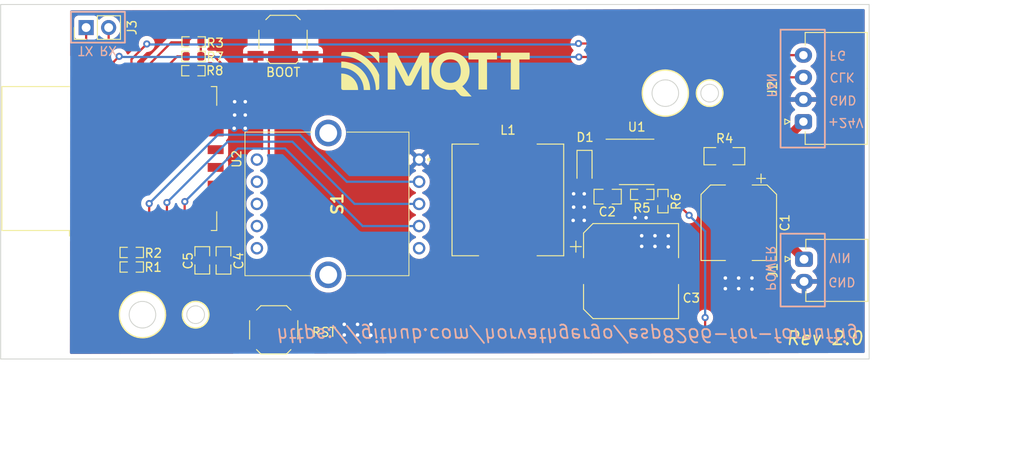
<source format=kicad_pcb>
(kicad_pcb (version 20211014) (generator pcbnew)
  (title_block (title "Smart Air Purifier - Fornuftig") (date "2023-03-13") (rev "2.0") (company "Designed by Gergo Horvath") (comment 1 "Open Source Hardware") (comment 2 "ESP8266 for IKEA Förnuftig Air Purifiers"))
  (layers (0 "F.Cu" signal) (31 "B.Cu" signal) (34 "B.Paste" user) (35 "F.Paste" user) (36 "B.SilkS" user "B.Silkscreen") (37 "F.SilkS" user "F.Silkscreen") (38 "B.Mask" user) (39 "F.Mask" user) (44 "Edge.Cuts" user))
  (net 0 "")
  (net 1 "/vin")
  (net 2 "+3V3")
  (net 3 "GND")
  (net 4 "/fg")
  (net 5 "/clk")
  (net 6 "/tx")
  (net 7 "/rx")
  (net 16 "/timing cap")
  (net 17 "/swe")
  (net 18 "/dc")
  (net 19 "/fb")
  (net 20 "/io0")
  (net 21 "/rst")
  (net 22 "/en")
  (net 23 "/io2")
  (net 24 "/io15")
  (net 25 "/pos1")
  (net 26 "/pos2")
  (net 27 "/pos3")
  (footprint "Capacitor_SMD_HG:C_0805_2012Metric_HG" (layer "F.Cu") (at 119.3 109.68 -90)
    (fp_text reference "C4")
    (fp_text value "10uF")
  )
  (footprint "Connector_PinHeader_2.54mm:PinHeader_1x02_P2.54mm_Vertical" (layer "F.Cu") (at 103.805 83.4 90)
    (fp_text reference "J3")
    (fp_text value "UART")
  )
  (footprint "PSPHAQ127-221M:L_12x12mm_H8mm" (layer "F.Cu") (at 151.39 102.85 -90)
    (fp_text reference "L1")
    (fp_text value "220uH")
  )
  (footprint "Capacitor_SMD_HG:C_0805_2012Metric_HG" (layer "F.Cu") (at 162.65 102.4825)
    (fp_text reference "C2")
    (fp_text value "470pF")
  )
  (footprint "Capacitor_SMD_HG:C_0805_2012Metric_HG" (layer "F.Cu") (at 116.91 109.67 -90)
    (fp_text reference "C5")
    (fp_text value "100nF")
  )
  (footprint "jst-xh4:JST_XH_S4B-XH-A_1x04_P2.50mm_Horizontal_custom" (layer "F.Cu") (at 184.74 94.02 90)
    (fp_text reference "J2")
    (fp_text value "Fan")
  )
  (footprint "Capacitor_SMD:CP_Elec_10x10.5" (layer "F.Cu") (at 165.29 110.88)
    (fp_text reference "C3")
    (fp_text value "470uF")
  )
  (footprint "Resistor_SMD_HG:R_0603_1608Metric_HG" (layer "F.Cu") (at 108.95 110.42 180)
    (fp_text reference "R1")
    (fp_text value "10K")
  )
  (footprint "Resistor_SMD_HG:R_0603_1608Metric_HG" (layer "F.Cu") (at 168.89 102.9825 -90)
    (fp_text reference "R6")
    (fp_text value "3K3")
  )
  (footprint "jst-xh2:JST_XH_S2B-XH-A_1x02_P2.50mm_Horizontal" (layer "F.Cu") (at 184.81 112.05 90)
    (fp_text reference "J1")
    (fp_text value "Power")
  )
  (footprint "Resistor_SMD_HG:R_0603_1608Metric_HG" (layer "F.Cu") (at 166.55 102.2325)
    (fp_text reference "R5")
    (fp_text value "2K")
  )
  (footprint "Resistor_SMD_HG:R_0603_1608Metric_HG" (layer "F.Cu") (at 115.93 85.02)
    (fp_text reference "R3")
    (fp_text value "10K")
  )
  (footprint "Resistor_SMD_HG:R_0603_1608Metric_HG" (layer "F.Cu") (at 115.92 86.65)
    (fp_text reference "R7")
    (fp_text value "10K")
  )
  (footprint "MC34063:MC34063" (layer "F.Cu") (at 165.92 98.56)
    (fp_text reference "U1")
    (fp_text value "MC34063AD")
  )
  (footprint "SKQGABE010:SW_SPST_SKQG_WithStem" (layer "F.Cu") (at 126.02 84.74 180)
    (fp_text reference "FLASH1")
    (fp_text value "SW_Push")
  )
  (footprint "Capacitor_SMD:CP_Elec_8x10" (layer "F.Cu") (at 177.45 105.425 -90)
    (fp_text reference "C1")
    (fp_text value "100uF")
  )
  (footprint "Resistor_SMD_HG:R_0603_1608Metric_HG" (layer "F.Cu") (at 115.91 88.27)
    (fp_text reference "R8")
    (fp_text value "10K")
  )
  (footprint "Diode_SMD:D_SOD-323_HandSoldering" (layer "F.Cu") (at 160.04 99.16 -90)
    (fp_text reference "D1")
    (fp_text value "D_Schottky")
  )
  (footprint "SRBV_HG:SRBV141404" (layer "F.Cu") (at 141.375 98.3 90)
    (fp_text reference "S1")
    (fp_text value "SRBV181004" hide)
  )
  (footprint "RF_Module:ESP-12E" (layer "F.Cu") (at 106.42 98.18 90)
    (fp_text reference "U2")
    (fp_text value "ESP-12F")
  )
  (footprint "Resistor_SMD_HG:R_1206_3216Metric_Pad_HandSolder_HG" (layer "F.Cu") (at 175.82 97.9125 180)
    (fp_text reference "R4")
    (fp_text value "0.15")
  )
  (footprint "Resistor_SMD_HG:R_0603_1608Metric_HG" (layer "F.Cu") (at 108.95 108.78 180)
    (fp_text reference "R2")
    (fp_text value "10K")
  )
  (footprint "SKQGABE010:SW_SPST_SKQG_WithStem" (layer "F.Cu") (at 124.97 117.51)
    (fp_text reference "RST1")
    (fp_text value "SW_Push")
  )
  (gr_rect (start 182.16 83.64) (end 187.16 96.94) (layer "B.SilkS") (width 0.2) (fill none))
  (gr_rect (start 102.09 81.63) (end 108.18 85.1) (layer "B.SilkS") (width 0.2) (fill none))
  (gr_rect (start 182.16 106.665) (end 187.16 114.875) (layer "B.SilkS") (width 0.2) (fill none))
  (gr_circle locked (center 174.16 90.8) (end 175.66 90.8) (layer "F.SilkS") (width 0.15) (fill none))
  (gr_poly (pts (xy 132.697437 88.591749) (xy 132.792566 88.598916) (xy 132.886345 88.61072) (xy 132.978658 88.627044) (xy 133.069389 88.64777) (xy 133.15842 88.672783) (xy 133.245634 88.701966) (xy 133.330915 88.735202) (xy 133.414145 88.772375) (xy 133.495208 88.813369) (xy 133.573986 88.858066) (xy 133.650363 88.90635) (xy 133.724222 88.958105) (xy 133.795446 89.013214) (xy 133.863918 89.071561) (xy 133.929521 89.133029) (xy 133.992138 89.197501) (xy 134.051652 89.264862) (xy 134.107946 89.334993) (xy 134.160903 89.40778) (xy 134.210407 89.483105) (xy 134.25634 89.560852) (xy 134.298586 89.640904) (xy 134.337028 89.723145) (xy 134.371548 89.807458) (xy 134.402029 89.893726) (xy 134.428356 89.981834) (xy 134.45041 90.071664) (xy 134.468075 90.1631) (xy 134.481235 90.256026) (xy 134.489771 90.350325) (xy 134.493568 90.44588) (xy 132.804069 90.44588) (xy 132.793032 90.445597) (xy 132.782133 90.444759) (xy 132.771386 90.443378) (xy 132.760804 90.441469) (xy 132.750402 90.439046) (xy 132.740194 90.436123) (xy 132.730193 90.432714) (xy 132.720414 90.428832) (xy 132.71087 90.424491) (xy 132.701575 90.419707) (xy 132.692544 90.414491) (xy 132.68379 90.408859) (xy 132.675327 90.402825) (xy 132.667169 90.396402) (xy 132.65933 90.389603) (xy 132.651825 90.382445) (xy 132.644666 90.374939) (xy 132.637868 90.3671) (xy 132.631444 90.358942) (xy 132.62541 90.350479) (xy 132.619778 90.341725) (xy 132.614563 90.332694) (xy 132.609778 90.323399) (xy 132.605438 90.313855) (xy 132.601556 90.304075) (xy 132.598146 90.294075) (xy 132.595223 90.283866) (xy 132.5928 90.273464) (xy 132.590892 90.262882) (xy 132.589511 90.252135) (xy 132.588672 90.241236) (xy 132.58839 90.230199) (xy 132.58839 88.589333) (xy 132.601077 88.589333)) (layer "F.SilkS") (width 0) (fill solid))
  (gr_circle locked (center 110.16 115.8) (end 112.76 115.8) (layer "F.SilkS") (width 0.15) (fill none))
  (gr_poly (pts (xy 144.97 86.19) (xy 145.029623 86.191933) (xy 145.088558 86.195154) (xy 145.146809 86.199664) (xy 145.204379 86.205462) (xy 145.26127 86.212549) (xy 145.317486 86.220925) (xy 145.37303 86.230589) (xy 145.427905 86.241541) (xy 145.482114 86.253782) (xy 145.53566 86.267312) (xy 145.588546 86.28213) (xy 145.640775 86.298237) (xy 145.692352 86.315632) (xy 145.743277 86.334316) (xy 145.793555 86.354288) (xy 145.843041 86.375375) (xy 145.891587 86.397404) (xy 145.939198 86.420375) (xy 145.985877 86.444287) (xy 146.031627 86.469141) (xy 146.07645 86.494937) (xy 146.12035 86.521674) (xy 146.163331 86.549352) (xy 146.205394 86.577973) (xy 146.246544 86.607535) (xy 146.286783 86.638038) (xy 146.326115 86.669484) (xy 146.364542 86.701871) (xy 146.402068 86.735199) (xy 146.438696 86.769469) (xy 146.474429 86.804681) (xy 146.50922 86.84076) (xy 146.54302 86.877636) (xy 146.575828 86.91531) (xy 146.607645 86.953787) (xy 146.638471 86.993069) (xy 146.668305 87.03316) (xy 146.697149 87.074062) (xy 146.725001 87.115779) (xy 146.751862 87.158313) (xy 146.777732 87.201669) (xy 146.80261 87.245848) (xy 146.826498 87.290854) (xy 146.849394 87.336691) (xy 146.871299 87.38336) (xy 146.892213 87.430866) (xy 146.912135 87.479212) (xy 146.930966 87.527805) (xy 146.948605 87.576851) (xy 146.965049 87.626355) (xy 146.980293 87.676324) (xy 146.994336 87.726764) (xy 147.007174 87.777681) (xy 147.018804 87.829081) (xy 147.029224 87.88097) (xy 147.038429 87.933355) (xy 147.046416 87.986242) (xy 147.053184 88.039636) (xy 147.058728 88.093545) (xy 147.063045 88.147975) (xy 147.066133 88.20293) (xy 147.067988 88.258419) (xy 147.068607 88.314446) (xy 147.067719 88.381454) (xy 147.065072 88.447694) (xy 147.06069 88.513191) (xy 147.054599 88.577968) (xy 147.046823 88.642052) (xy 147.037386 88.705467) (xy 147.026313 88.768238) (xy 147.013629 88.830389) (xy 146.998658 88.891743) (xy 146.982275 88.952106) (xy 146.964455 89.011477) (xy 146.945173 89.069858) (xy 146.924404 89.127247) (xy 146.902124 89.183645) (xy 146.878306 89.239052) (xy 146.852927 89.293467) (xy 146.826058 89.346983) (xy 146.797752 89.399656) (xy 146.767958 89.451437) (xy 146.736628 89.502276) (xy 146.703712 89.552124) (xy 146.669161 89.600932) (xy 146.632925 89.648649) (xy 146.594955 89.695226) (xy 146.575751 89.718421) (xy 146.556204 89.741225) (xy 146.536315 89.763645) (xy 146.51609 89.785688) (xy 146.49553 89.807359) (xy 146.474638 89.828664) (xy 146.453418 89.84961) (xy 146.431873 89.870203) (xy 146.410006 89.890449) (xy 146.38782 89.910354) (xy 146.342503 89.949167) (xy 146.295947 89.986691) (xy 146.248176 90.022977) (xy 147.301204 91.173274) (xy 146.508258 91.173274) (xy 146.465935 91.172584) (xy 146.424604 91.170532) (xy 146.384263 91.167141) (xy 146.344914 91.162437) (xy 146.306555 91.156445) (xy 146.269187 91.149189) (xy 146.232811 91.140694) (xy 146.197425 91.130984) (xy 146.180105 91.125507) (xy 146.163032 91.119383) (xy 146.146207 91.112609) (xy 146.12963 91.105181) (xy 146.1133 91.097096) (xy 146.097218 91.088351) (xy 146.081384 91.078944) (xy 146.065798 91.06887) (xy 146.050459 91.058128) (xy 146.035369 91.046713) (xy 146.020526 91.034623) (xy 146.00593 91.021855) (xy 145.991583 91.008405) (xy 145.977483 90.994271) (xy 145.963631 90.979449) (xy 145.950027 90.963937) (xy 145.431972 90.386674) (xy 145.40025 90.392823) (xy 145.368504 90.398601) (xy 145.304836 90.409141) (xy 145.240773 90.418491) (xy 145.176116 90.42685) (xy 145.110697 90.432731) (xy 145.077691 90.43525) (xy 145.044486 90.437422) (xy 145.011083 90.439198) (xy 144.977483 90.440528) (xy 144.943683 90.441362) (xy 144.909686 90.441651) (xy 144.849373 90.441008) (xy 144.789749 90.439078) (xy 144.730814 90.435867) (xy 144.672563 90.431376) (xy 144.614994 90.425609) (xy 144.558102 90.418569) (xy 144.501886 90.410259) (xy 144.446343 90.400682) (xy 144.391468 90.389842) (xy 144.337259 90.377741) (xy 144.283713 90.364382) (xy 144.230827 90.349768) (xy 144.178597 90.333904) (xy 144.127021 90.316791) (xy 144.076095 90.298433) (xy 144.025817 90.278832) (xy 143.976308 90.258117) (xy 143.927694 90.23641) (xy 143.879979 90.213712) (xy 143.833165 90.190023) (xy 143.787255 90.165343) (xy 143.742253 90.139672) (xy 143.698161 90.113009) (xy 143.654984 90.085355) (xy 143.612723 90.05671) (xy 143.571382 90.027074) (xy 143.530964 89.996446) (xy 143.491473 89.964828) (xy 143.45291 89.932218) (xy 143.41528 89.898617) (xy 143.378586 89.864024) (xy 143.34283 89.828441) (xy 143.307667 89.792338) (xy 143.273542 89.755399) (xy 143.240451 89.71763) (xy 143.208392 89.679037) (xy 143.177361 89.639626) (xy 143.147355 89.599404) (xy 143.118372 89.558377) (xy 143.090408 89.51655) (xy 143.063459 89.47393) (xy 143.037524 89.430524) (xy 143.012598 89.386337) (xy 142.98868 89.341375) (xy 142.965765 89.295646) (xy 142.94385 89.249154) (xy 142.922933 89.201907) (xy 142.903011 89.15391) (xy 142.884178 89.105269) (xy 142.866538 89.056089) (xy 142.850094 89.006376) (xy 142.834849 88.956136) (xy 142.820805 88.905377) (xy 142.807967 88.854103) (xy 142.796337 88.802321) (xy 142.785917 88.750037) (xy 142.776712 88.697258) (xy 142.768725 88.643989) (xy 142.761958 88.590237) (xy 142.756414 88.536008) (xy 142.752097 88.481308) (xy 142.749009 88.426144) (xy 142.747154 88.370521) (xy 142.746535 88.314446) (xy 143.731898 88.314446) (xy 143.733183 88.391164) (xy 143.73702 88.465899) (xy 143.743384 88.538652) (xy 143.75225 88.609422) (xy 143.763595 88.67821) (xy 143.777393 88.745015) (xy 143.793618 88.809838) (xy 143.812247 88.872679) (xy 143.822433 88.903306) (xy 143.833166 88.933339) (xy 143.84445 88.962777) (xy 143.85629 88.991621) (xy 143.868686 89.019869) (xy 143.881643 89.047523) (xy 143.895164 89.074583) (xy 143.909252 89.101047) (xy 143.92391 89.126917) (xy 143.93914 89.152192) (xy 143.954947 89.176873) (xy 143.971333 89.200958) (xy 143.988301 89.224449) (xy 144.005855 89.247346) (xy 144.023997 89.269647) (xy 144.042731 89.291354) (xy 144.061639 89.312442) (xy 144.081091 89.332889) (xy 144.101088 89.352697) (xy 144.12163 89.371871) (xy 144.142717 89.390412) (xy 144.16435 89.408325) (xy 144.186527 89.425612) (xy 144.20925 89.442277) (xy 144.232518 89.458322) (xy 144.256331 89.473751) (xy 144.280689 89.488567) (xy 144.305593 89.502772) (xy 144.331041 89.51637) (xy 144.357035 89.529365) (xy 144.383575 89.541758) (xy 144.410659 89.553554) (xy 144.438239 89.564332) (xy 144.466272 89.574459) (xy 144.494763 89.58393) (xy 144.523719 89.592739) (xy 144.553146 89.600878) (xy 144.583049 89.608342) (xy 144.613436 89.615124) (xy 144.644312 89.621219) (xy 144.675684 89.62662) (xy 144.707557 89.631321) (xy 144.739939 89.635315) (xy 144.772834 89.638598) (xy 144.80625 89.641161) (xy 144.840193 89.643) (xy 144.874668 89.644108) (xy 144.909682 89.644479) (xy 144.943953 89.644131) (xy 144.977777 89.643087) (xy 145.011155 89.641343) (xy 145.044087 89.638895) (xy 145.076573 89.635741) (xy 145.108613 89.631878) (xy 145.140207 89.627303) (xy 145.171355 89.622012) (xy 145.202057 89.616002) (xy 145.232313 89.609271) (xy 145.262123 89.601815) (xy 145.291487 89.59363) (xy 145.320405 89.584715) (xy 145.348877 89.575066) (xy 145.376903 89.56468) (xy 145.404483 89.553554) (xy 145.431194 89.542107) (xy 145.457407 89.529972) (xy 145.483118 89.517156) (xy 145.508324 89.503664) (xy 145.533022 89.489504) (xy 145.557209 89.474681) (xy 145.580882 89.459201) (xy 145.604038 89.44307) (xy 145.626674 89.426296) (xy 145.648786 89.408883) (xy 145.670371 89.390838) (xy 145.691427 89.372168) (xy 145.711951 89.352878) (xy 145.731938 89.332975) (xy 145.751387 89.312465) (xy 145.770293 89.291354) (xy 145.788655 89.269647) (xy 145.806475 89.247346) (xy 145.823756 89.224449) (xy 145.840501 89.200958) (xy 145.856713 89.176873) (xy 145.872396 89.152192) (xy 145.887552 89.126917) (xy 145.902185 89.101047) (xy 145.916297 89.074583) (xy 145.929892 89.047523) (xy 145.942973 89.019869) (xy 145.955543 88.991621) (xy 145.967605 88.962777) (xy 145.979162 88.933339) (xy 145.990217 88.903306) (xy 146.000774 88.872679) (xy 146.010388 88.841506) (xy 146.019404 88.809838) (xy 146.027819 88.777674) (xy 146.035631 88.745015) (xy 146.049429 88.678209) (xy 146.060774 88.609421) (xy 146.069641 88.538651) (xy 146.076005 88.465898) (xy 146.079842 88.391164) (xy 146.081126 88.314446) (xy 146.079842 88.238427) (xy 146.076005 88.164216) (xy 146.069641 88.09184) (xy 146.060774 88.021321) (xy 146.049429 87.952686) (xy 146.035631 87.885959) (xy 146.019404 87.821165) (xy 146.000774 87.758328) (xy 145.990589 87.727701) (xy 145.979856 87.697668) (xy 145.968572 87.66823) (xy 145.956734 87.639387) (xy 145.944338 87.611138) (xy 145.931381 87.583484) (xy 145.91786 87.556425) (xy 145.903773 87.52996) (xy 145.889115 87.504091) (xy 145.873884 87.478815) (xy 145.858078 87.454135) (xy 145.841692 87.430049) (xy 145.824723 87.406558) (xy 145.80717 87.383662) (xy 145.789027 87.361361) (xy 145.770293 87.339654) (xy 145.751387 87.318566) (xy 145.731938 87.298119) (xy 145.711951 87.27831) (xy 145.691427 87.259137) (xy 145.670371 87.240595) (xy 145.648786 87.222682) (xy 145.626674 87.205394) (xy 145.604038 87.18873) (xy 145.580882 87.172684) (xy 145.557209 87.157256) (xy 145.533022 87.14244) (xy 145.508324 87.128235) (xy 145.483118 87.114636) (xy 145.457407 87.101642) (xy 145.431194 87.089249) (xy 145.404483 87.077454) (xy 145.377275 87.066327) (xy 145.349572 87.055941) (xy 145.321372 87.046292) (xy 145.292678 87.037377) (xy 145.263487 87.029193) (xy 145.233802 87.021737) (xy 145.20362 87.015005) (xy 145.172943 87.008996) (xy 145.14177 87.003705) (xy 145.110102 86.99913) (xy 145.077938 86.995267) (xy 145.045278 86.992113) (xy 145.012122 86.989665) (xy 144.978471 86.987921) (xy 144.944325 86.986877) (xy 144.909682 86.986529) (xy 144.8408 86.987921) (xy 144.807035 86.989665) (xy 144.773726 86.992113) (xy 144.740875 86.995267) (xy 144.708486 86.99913) (xy 144.676561 87.003705) (xy 144.645105 87.008996) (xy 144.614119 87.015005) (xy 144.583606 87.021737) (xy 144.553571 87.029193) (xy 144.524016 87.037377) (xy 144.494944 87.046292) (xy 144.466359 87.055941) (xy 144.438263 87.066327) (xy 144.410659 87.077454) (xy 144.383575 87.089249) (xy 144.357035 87.101642) (xy 144.331041 87.114636) (xy 144.305593 87.128235) (xy 144.280689 87.14244) (xy 144.256331 87.157256) (xy 144.232518 87.172684) (xy 144.20925 87.18873) (xy 144.186527 87.205394) (xy 144.16435 87.222682) (xy 144.142717 87.240595) (xy 144.12163 87.259137) (xy 144.101088 87.27831) (xy 144.081091 87.298119) (xy 144.061639 87.318566) (xy 144.042731 87.339654) (xy 144.024369 87.361361) (xy 144.006549 87.383662) (xy 143.989268 87.406558) (xy 143.972522 87.430049) (xy 143.95631 87.454135) (xy 143.940627 87.478815) (xy 143.925471 87.504091) (xy 143.910838 87.52996) (xy 143.896726 87.556425) (xy 143.883131 87.583484) (xy 143.87005 87.611138) (xy 143.85748 87.639387) (xy 143.845418 87.66823) (xy 143.83386 87.697668) (xy 143.822805 87.727701) (xy 143.812247 87.758328) (xy 143.802634 87.789477) (xy 143.793618 87.821078) (xy 143.785203 87.853138) (xy 143.777393 87.885662) (xy 143.763595 87.952129) (xy 143.75225 88.020528) (xy 143.743384 88.09091) (xy 143.73702 88.163324) (xy 143.733183 88.23782) (xy 143.731898 88.314446) (xy 142.746535 88.314446) (xy 142.747154 88.258395) (xy 142.749009 88.202835) (xy 142.752097 88.147766) (xy 142.756414 88.093182) (xy 142.761958 88.039082) (xy 142.768725 87.985461) (xy 142.776712 87.932318) (xy 142.785917 87.879649) (xy 142.796337 87.82745) (xy 142.807967 87.775719) (xy 142.820805 87.724453) (xy 142.834849 87.673648) (xy 142.850094 87.623302) (xy 142.866538 87.573411) (xy 142.884178 87.523973) (xy 142.903011 87.474983) (xy 142.922934 87.426986) (xy 142.943851 87.379739) (xy 142.965766 87.333247) (xy 142.988681 87.287518) (xy 143.0126 87.242556) (xy 143.037526 87.198369) (xy 143.063461 87.154963) (xy 143.090409 87.112343) (xy 143.118373 87.070516) (xy 143.147356 87.029488) (xy 143.177362 86.989266) (xy 143.208392 86.949855) (xy 143.240451 86.911262) (xy 143.273542 86.873493) (xy 143.307667 86.836554) (xy 143.34283 86.800451) (xy 143.378935 86.76524) (xy 143.415888 86.730974) (xy 143.453697 86.697655) (xy 143.492366 86.665287) (xy 143.531903 86.633874) (xy 143.572313 86.603417) (xy 143.613602 86.573921) (xy 143.655778 86.545388) (xy 143.698845 86.517821) (xy 143.742811 86.491224) (xy 143.787681 86.465599) (xy 143.833462 86.44095) (xy 143.88016 86.41728) (xy 143.927781 86.394592) (xy 143.976331 86.372889) (xy 144.025817 86.352174) (xy 144.076095 86.332574) (xy 144.127021 86.314216) (xy 144.178597 86.297103) (xy 144.230827 86.281238) (xy 144.283713 86.266625) (xy 144.337259 86.253266) (xy 144.391468 86.241165) (xy 144.446343 86.230325) (xy 144.501886 86.220748) (xy 144.558102 86.212438) (xy 144.614994 86.205398) (xy 144.672563 86.199631) (xy 144.730814 86.19514) (xy 144.789749 86.191929) (xy 144.849373 86.19) (xy 144.909686 86.189356)) (layer "F.SilkS") (width 0) (fill solid))
  (gr_poly (pts (xy 142.509708 90.393018) (xy 141.659671 90.393018) (xy 141.659671 88.003612) (xy 141.659964 87.9596) (xy 141.660827 87.91477) (xy 141.662235 87.869097) (xy 141.664163 87.822557) (xy 141.669481 87.726775) (xy 141.676585 87.627228) (xy 140.574924 89.765006) (xy 140.568432 89.777472) (xy 140.561646 89.7895) (xy 140.554569 89.801102) (xy 140.547203 89.812285) (xy 140.539553 89.82306) (xy 140.531621 89.833434) (xy 140.52341 89.843419) (xy 140.514924 89.853023) (xy 140.506165 89.862255) (xy 140.497136 89.871124) (xy 140.487841 89.87964) (xy 140.478283 89.887813) (xy 140.468465 89.895651) (xy 140.45839 89.903164) (xy 140.44806 89.91036) (xy 140.43748 89.917251) (xy 140.426652 89.923396) (xy 140.415583 89.929145) (xy 140.404278 89.934497) (xy 140.392744 89.939453) (xy 140.380987 89.944013) (xy 140.369013 89.948176) (xy 140.356829 89.951942) (xy 140.344441 89.955312) (xy 140.331854 89.958286) (xy 140.319075 89.960863) (xy 140.30611 89.963043) (xy 140.292966 89.964828) (xy 140.279648 89.966215) (xy 140.266163 89.967206) (xy 140.252517 89.967801) (xy 140.238715 89.967999) (xy 140.107616 89.967999) (xy 140.093838 89.967801) (xy 140.080255 89.967206) (xy 140.066864 89.966215) (xy 140.053662 89.964828) (xy 140.040646 89.963043) (xy 140.027812 89.960863) (xy 140.015159 89.958286) (xy 140.002681 89.955312) (xy 139.990378 89.951942) (xy 139.978245 89.948176) (xy 139.966279 89.944013) (xy 139.954477 89.939453) (xy 139.942837 89.934497) (xy 139.931354 89.929145) (xy 139.920027 89.923396) (xy 139.908851 89.917251) (xy 139.89827 89.910709) (xy 139.88794 89.90377) (xy 139.877865 89.896436) (xy 139.868046 89.888705) (xy 139.858488 89.880577) (xy 139.849193 89.872053) (xy 139.840165 89.863132) (xy 139.831406 89.853815) (xy 139.822919 89.844102) (xy 139.814709 89.833992) (xy 139.806777 89.823485) (xy 139.799127 89.812582) (xy 139.791762 89.801283) (xy 139.784685 89.789587) (xy 139.777899 89.777495) (xy 139.771407 89.765006) (xy 138.659167 87.622999) (xy 138.66215 87.648278) (xy 138.664786 87.673384) (xy 138.669213 87.723174) (xy 138.672847 87.772568) (xy 138.676086 87.821764) (xy 138.678862 87.8701) (xy 138.680844 87.916653) (xy 138.682033 87.961223) (xy 138.682429 88.003612) (xy 138.682429 90.395131) (xy 137.832393 90.395131) (xy 137.832393 86.237989) (xy 138.678199 86.237989) (xy 138.6899 86.238192) (xy 138.701228 86.238815) (xy 138.706761 86.239293) (xy 138.71221 86.239885) (xy 138.717579 86.240595) (xy 138.72287 86.241426) (xy 138.728086 86.24238) (xy 138.733232 86.243462) (xy 138.738309 86.244673) (xy 138.743321 86.246018) (xy 138.748272 86.247499) (xy 138.753163 86.24912) (xy 138.757999 86.250883) (xy 138.762782 86.252791) (xy 138.772107 86.256868) (xy 138.776636 86.259003) (xy 138.781085 86.261216) (xy 138.785459 86.263516) (xy 138.789765 86.265912) (xy 138.79401 86.268413) (xy 138.798198 86.271029) (xy 138.802338 86.273769) (xy 138.806434 86.276642) (xy 138.810492 86.279657) (xy 138.81452 86.282824) (xy 138.818524 86.286153) (xy 138.822509 86.289651) (xy 138.826481 86.293329) (xy 138.830447 86.297196) (xy 138.834039 86.300887) (xy 138.837674 86.30482) (xy 138.841346 86.308988) (xy 138.845049 86.313386) (xy 138.848777 86.318006) (xy 138.852524 86.322843) (xy 138.856283 86.327891) (xy 138.860048 86.333143) (xy 138.863813 86.338593) (xy 138.867573 86.344236) (xy 138.871319 86.350064) (xy 138.875048 86.356072) (xy 138.878751 86.362254) (xy 138.882424 86.368602) (xy 138.886059 86.375112) (xy 138.889651 86.381777) (xy 139.959598 88.494181) (xy 139.986559 88.54853) (xy 140.013519 88.603871) (xy 140.040478 88.660402) (xy 140.067439 88.71832) (xy 140.094002 88.777394) (xy 140.119773 88.837261) (xy 140.14475 88.897921) (xy 140.168933 88.959374) (xy 140.180931 88.927847) (xy 140.193152 88.896666) (xy 140.20562 88.865782) (xy 140.218362 88.835147) (xy 140.2314 88.804709) (xy 140.244761 88.77442) (xy 140.258468 88.74423) (xy 140.272548 88.71409) (xy 140.299871 88.655478) (xy 140.327788 88.597263) (xy 140.356102 88.539841) (xy 140.384616 88.483607) (xy 141.452449 86.379662) (xy 141.459589 86.366575) (xy 141.466753 86.354255) (xy 141.473968 86.342679) (xy 141.481257 86.331822) (xy 141.488645 86.321658) (xy 141.492385 86.316828) (xy 141.496158 86.312163) (xy 141.499968 86.307659) (xy 141.503819 86.303313) (xy 141.507713 86.299122) (xy 141.511653 86.295082) (xy 141.515271 86.291563) (xy 141.518984 86.288144) (xy 141.52279 86.284823) (xy 141.526686 86.281602) (xy 141.530669 86.27848) (xy 141.534735 86.275457) (xy 141.538882 86.272533) (xy 141.543107 86.269708) (xy 141.547405 86.266982) (xy 141.551775 86.264355) (xy 141.556213 86.261828) (xy 141.560717 86.259399) (xy 141.565282 86.25707) (xy 141.569906 86.25484) (xy 141.574586 86.252709) (xy 141.579318 86.250677) (xy 141.584101 86.248769) (xy 141.588937 86.247006) (xy 141.593829 86.245385) (xy 141.598779 86.243904) (xy 141.603791 86.242559) (xy 141.608869 86.241348) (xy 141.614014 86.240266) (xy 141.61923 86.239311) (xy 141.624521 86.238481) (xy 141.62989 86.237771) (xy 141.635338 86.237179) (xy 141.640871 86.236701) (xy 141.64649 86.236335) (xy 141.652198 86.236077) (xy 141.663898 86.235875) (xy 142.509708 86.235875)) (layer "F.SilkS") (width 0) (fill solid))
  (gr_poly (pts (xy 132.767388 87.240221) (xy 132.931562 87.252623) (xy 133.093397 87.273045) (xy 133.252687 87.301286) (xy 133.40923 87.337144) (xy 133.562822 87.380417) (xy 133.71326 87.430902) (xy 133.860338 87.488397) (xy 134.003855 87.5527) (xy 134.143606 87.623609) (xy 134.279388 87.700922) (xy 134.410997 87.784437) (xy 134.538229 87.873952) (xy 134.660881 87.969265) (xy 134.778748 88.070173) (xy 134.891628 88.176474) (xy 134.999317 88.287967) (xy 135.101611 88.404449) (xy 135.198306 88.525718) (xy 135.289199 88.651572) (xy 135.374086 88.781808) (xy 135.452764 88.916226) (xy 135.525028 89.054622) (xy 135.590675 89.196795) (xy 135.649502 89.342542) (xy 135.701304 89.491662) (xy 135.745879 89.643952) (xy 135.783022 89.799209) (xy 135.81253 89.957233) (xy 135.834199 90.117821) (xy 135.847825 90.280771) (xy 135.853206 90.44588) (xy 135.130038 90.44588) (xy 135.1254 90.316836) (xy 135.114364 90.189496) (xy 135.097089 90.064016) (xy 135.073731 89.940552) (xy 135.044448 89.819259) (xy 135.009397 89.700293) (xy 134.968734 89.583809) (xy 134.922618 89.469964) (xy 134.871205 89.358913) (xy 134.814653 89.250811) (xy 134.753118 89.145815) (xy 134.686759 89.044079) (xy 134.615731 88.94576) (xy 134.540193 88.851012) (xy 134.460302 88.759993) (xy 134.376214 88.672857) (xy 134.288087 88.58976) (xy 134.196078 88.510858) (xy 134.100345 88.436306) (xy 134.001044 88.36626) (xy 133.898333 88.300876) (xy 133.792369 88.240309) (xy 133.683308 88.184715) (xy 133.57131 88.13425) (xy 133.456529 88.089069) (xy 133.339125 88.049327) (xy 133.219253 88.015182) (xy 133.097071 87.986787) (xy 132.972737 87.964299) (xy 132.846407 87.947874) (xy 132.718239 87.937667) (xy 132.58839 87.933833) (xy 132.58839 87.236042) (xy 132.601077 87.236042)) (layer "F.SilkS") (width 0) (fill solid))
  (gr_poly (pts (xy 136.67621 86.157914) (xy 136.687092 86.158735) (xy 136.69781 86.160087) (xy 136.708353 86.161957) (xy 136.718707 86.164333) (xy 136.728859 86.167199) (xy 136.738796 86.170545) (xy 136.748504 86.174356) (xy 136.757971 86.178619) (xy 136.767183 86.183321) (xy 136.776127 86.188449) (xy 136.78479 86.193989) (xy 136.793158 86.199929) (xy 136.801219 86.206256) (xy 136.80896 86.212956) (xy 136.816367 86.220016) (xy 136.823427 86.227423) (xy 136.830127 86.235164) (xy 136.836453 86.243225) (xy 136.842394 86.251594) (xy 136.847934 86.260256) (xy 136.853062 86.2692) (xy 136.857764 86.278412) (xy 136.862027 86.287879) (xy 136.865838 86.297587) (xy 136.869183 86.307524) (xy 136.87205 86.317676) (xy 136.874425 86.32803) (xy 136.876296 86.338573) (xy 136.877648 86.349292) (xy 136.878469 86.360173) (xy 136.878745 86.371204) (xy 136.878745 87.428463) (xy 136.815892 87.343977) (xy 136.749792 87.257683) (xy 136.680968 87.170546) (xy 136.609937 87.083532) (xy 136.537222 86.997609) (xy 136.463342 86.913743) (xy 136.388818 86.8329) (xy 136.31417 86.756046) (xy 136.228428 86.673787) (xy 136.139689 86.593559) (xy 136.048521 86.515413) (xy 135.955494 86.439398) (xy 135.861179 86.365563) (xy 135.766145 86.293958) (xy 135.670963 86.224633) (xy 135.576202 86.157638) (xy 136.665179 86.157638)) (layer "F.SilkS") (width 0) (fill solid))
  (gr_poly (pts (xy 134.397883 86.246733) (xy 134.619647 86.347259) (xy 134.834969 86.458848) (xy 135.043476 86.581136) (xy 135.244798 86.713757) (xy 135.438561 86.856346) (xy 135.624395 87.008536) (xy 135.801928 87.169963) (xy 135.970788 87.340262) (xy 136.130604 87.519065) (xy 136.281003 87.706009) (xy 136.421614 87.900728) (xy 136.552065 88.102855) (xy 136.671986 88.312026) (xy 136.781003 88.527875) (xy 136.878745 88.750037) (xy 136.878745 90.232314) (xy 136.878463 90.243345) (xy 136.877624 90.254227) (xy 136.876243 90.264945) (xy 136.874335 90.275488) (xy 136.871912 90.285843) (xy 136.868988 90.295995) (xy 136.865579 90.305931) (xy 136.861697 90.31564) (xy 136.857357 90.325106) (xy 136.852572 90.334318) (xy 136.847357 90.343262) (xy 136.841725 90.351925) (xy 136.83569 90.360294) (xy 136.829267 90.368355) (xy 136.822469 90.376095) (xy 136.81531 90.383502) (xy 136.807804 90.390562) (xy 136.799966 90.397262) (xy 136.791808 90.403589) (xy 136.783345 90.409529) (xy 136.774591 90.415069) (xy 136.765559 90.420197) (xy 136.756265 90.424899) (xy 136.746721 90.429162) (xy 136.736942 90.432973) (xy 136.726941 90.436318) (xy 136.716733 90.439185) (xy 136.706331 90.44156) (xy 136.695749 90.44343) (xy 136.685002 90.444782) (xy 136.674103 90.445603) (xy 136.663066 90.44588) (xy 136.489673 90.44588) (xy 136.48345 90.247281) (xy 136.467325 90.051291) (xy 136.44154 89.858149) (xy 136.406339 89.668097) (xy 136.361967 89.481376) (xy 136.308668 89.298228) (xy 136.246684 89.118894) (xy 136.176261 88.943614) (xy 136.097643 88.772631) (xy 136.011072 88.606185) (xy 135.916793 88.444518) (xy 135.815051 88.28787) (xy 135.706088 88.136484) (xy 135.590149 87.990599) (xy 135.467478 87.850458) (xy 135.338318 87.716302) (xy 135.202914 87.588372) (xy 135.061509 87.466908) (xy 134.914348 87.352153) (xy 134.761675 87.244348) (xy 134.603732 87.143733) (xy 134.440765 87.05055) (xy 134.273016 86.96504) (xy 134.100731 86.887444) (xy 133.924153 86.818004) (xy 133.743526 86.756961) (xy 133.559093 86.704556) (xy 133.371099 86.66103) (xy 133.179788 86.626624) (xy 132.985403 86.60158) (xy 132.788189 86.586139) (xy 132.58839 86.580542) (xy 132.58839 86.373319) (xy 132.588672 86.362282) (xy 132.589511 86.351383) (xy 132.590892 86.340635) (xy 132.5928 86.330054) (xy 132.595223 86.319652) (xy 132.598146 86.309443) (xy 132.601556 86.299442) (xy 132.605438 86.289663) (xy 132.609778 86.280119) (xy 132.614563 86.270824) (xy 132.619778 86.261793) (xy 132.62541 86.253039) (xy 132.631444 86.244576) (xy 132.637868 86.236418) (xy 132.644666 86.228579) (xy 132.651825 86.221073) (xy 132.65933 86.213914) (xy 132.667169 86.207116) (xy 132.675327 86.200693) (xy 132.68379 86.194658) (xy 132.692544 86.189026) (xy 132.701575 86.183811) (xy 132.71087 86.179026) (xy 132.720414 86.174686) (xy 132.730193 86.170804) (xy 132.740194 86.167394) (xy 132.750402 86.164471) (xy 132.760804 86.162048) (xy 132.771386 86.16014) (xy 132.782133 86.158759) (xy 132.793032 86.15792) (xy 132.804069 86.157638) (xy 134.170047 86.157638)) (layer "F.SilkS") (width 0) (fill solid))
  (gr_circle locked (center 169.16 90.8) (end 171.76 90.8) (layer "F.SilkS") (width 0.15) (fill none))
  (gr_poly (pts (xy 153.856212 87.00133) (xy 152.686885 87.00133) (xy 152.686885 90.395131) (xy 151.722659 90.395131) (xy 151.722659 87.00133) (xy 150.595622 87.00133) (xy 150.595622 86.235875) (xy 153.856212 86.235875)) (layer "F.SilkS") (width 0) (fill solid))
  (gr_poly (pts (xy 150.166377 87.00133) (xy 149.03934 87.00133) (xy 149.03934 90.395131) (xy 148.075114 90.395131) (xy 148.075114 87.00133) (xy 146.948077 87.00133) (xy 146.948077 86.235875) (xy 150.166377 86.235875)) (layer "F.SilkS") (width 0) (fill solid))
  (gr_circle locked (center 116.16 115.8) (end 117.66 115.8) (layer "F.SilkS") (width 0.15) (fill none))
  (gr_circle locked (center 169.16 90.8) (end 170.66 90.8) (layer "Edge.Cuts") (width 0.1) (fill none))
  (gr_circle locked (center 110.16 115.8) (end 111.66 115.8) (layer "Edge.Cuts") (width 0.1) (fill none))
  (gr_circle locked (center 174.16 90.8) (end 175.16 90.8) (layer "Edge.Cuts") (width 0.1) (fill none))
  (gr_circle locked (center 116.16 115.8) (end 117.16 115.8) (layer "Edge.Cuts") (width 0.1) (fill none))
  (gr_rect locked (start 94.16 80.8) (end 192.16 120.8) (layer "Edge.Cuts") (width 0.1) (fill none))
  (gr_text "VIN" (at 188.89 109.36 180) (layer "B.SilkS") (effects (font (size 1 1)) (justify mirror)))
  (gr_text "RX" (at 106.28 86 180) (layer "B.SilkS") (effects (font (size 1 1)) (justify mirror)))
  (gr_text "FG" (at 188.6 86.53 180) (layer "B.SilkS") (effects (font (size 1 1)) (justify mirror)))
  (gr_text "https://github.com/horvathgergo/esp8266-for-fornuftig" (at 125.09 118.1 180) (layer "B.SilkS") (effects (font (size 1.5 1.5) (thickness 0.2) italic) (justify left mirror)))
  (gr_text "FAN" (at 181.13 89.91 270) (layer "B.SilkS") (effects (font (size 1 1)) (justify mirror)))
  (gr_text "POWER" (at 181.01 110.58 270) (layer "B.SilkS") (effects (font (size 1 1)) (justify mirror)))
  (gr_text "GND" (at 189.08 112.11 180) (layer "B.SilkS") (effects (font (size 1 1)) (justify mirror)))
  (gr_text "CLK" (at 189.11 89 180) (layer "B.SilkS") (effects (font (size 1 1)) (justify mirror)))
  (gr_text "+24V" (at 189.5 94.13 180) (layer "B.SilkS") (effects (font (size 1 1)) (justify mirror)))
  (gr_text "TX" (at 103.75 86.02 180) (layer "B.SilkS") (effects (font (size 1 1)) (justify mirror)))
  (gr_text "GND" (at 189.19 91.59 180) (layer "B.SilkS") (effects (font (size 1 1)) (justify mirror)))
  (gr_text "Rev 2.0" (at 182.7 118.46) (layer "F.SilkS") (effects (font (size 1.5 1.5) (thickness 0.2) italic) (justify left)))
  (gr_text "BOOT" (at 126.04 88.45) (layer "F.SilkS") (effects (font (size 1 1))))
  (gr_text "RST" (at 130.65 117.78) (layer "F.SilkS") (effects (font (size 1 1))))
  (segment (start 183.34 108.08) (end 183.34 102.22) (width 1) (layer "F.Cu") (net 1))
  (segment (start 177.45 102.175) (end 177.45 97.9925) (width 1) (layer "F.Cu") (net 1))
  (segment (start 183.34 97.72) (end 183.34 95.42) (width 1) (layer "F.Cu") (net 1))
  (segment (start 173.7425 102.175) (end 170.7625 99.195) (width 1) (layer "F.Cu") (net 1))
  (segment (start 183.295 102.175) (end 183.34 102.22) (width 1) (layer "F.Cu") (net 1))
  (segment (start 170.7625 99.195) (end 168.395 99.195) (width 1) (layer "F.Cu") (net 1))
  (segment (start 177.45 102.175) (end 183.295 102.175) (width 1) (layer "F.Cu") (net 1))
  (segment (start 177.45 97.9925) (end 177.37 97.9125) (width 1) (layer "F.Cu") (net 1))
  (segment (start 183.34 95.42) (end 184.74 94.02) (width 1) (layer "F.Cu") (net 1))
  (segment (start 184.81 109.55) (end 183.34 108.08) (width 1) (layer "F.Cu") (net 1))
  (segment (start 177.45 102.175) (end 173.7425 102.175) (width 1) (layer "F.Cu") (net 1))
  (segment (start 183.34 102.22) (end 183.34 97.72) (width 1) (layer "F.Cu") (net 1))
  (segment (start 171.845 104.5875) (end 171.065 103.8075) (width 0.25) (layer "F.Cu") (net 2))
  (segment (start 161.09 110.88) (end 151.3875 110.88) (width 1) (layer "F.Cu") (net 2))
  (segment (start 158.47 117.7725) (end 159.7275 119.03) (width 0.25) (layer "F.Cu") (net 2))
  (segment (start 127.57 108.27) (end 124.7 111.14) (width 1) (layer "F.Cu") (net 2))
  (segment (start 118.26 86.65) (end 124.42 92.81) (width 0.25) (layer "F.Cu") (net 2))
  (segment (start 172.6225 119.03) (end 173.65 118.0025) (width 0.25) (layer "F.Cu") (net 2))
  (segment (start 124.42 92.81) (end 124.42 104.98) (width 0.25) (layer "F.Cu") (net 2))
  (segment (start 116.745 85.03) (end 116.755 85.02) (width 0.25) (layer "F.Cu") (net 2))
  (segment (start 151.39 107.8) (end 151.39 110.8775) (width 1) (layer "F.Cu") (net 2))
  (segment (start 161.09 110.88) (end 158.47 113.5) (width 0.25) (layer "F.Cu") (net 2))
  (segment (start 116.745 86.65) (end 116.745 85.03) (width 0.25) (layer "F.Cu") (net 2))
  (segment (start 116.91 108.76) (end 109.795 108.76) (width 0.25) (layer "F.Cu") (net 2))
  (segment (start 158.47 113.5) (end 158.47 117.7725) (width 0.25) (layer "F.Cu") (net 2))
  (segment (start 151.3875 110.88) (end 137.63 110.88) (width 1) (layer "F.Cu") (net 2))
  (segment (start 124.7 111.14) (end 122.75 111.14) (width 1) (layer "F.Cu") (net 2))
  (segment (start 109.775 108.78) (end 109.775 110.42) (width 0.25) (layer "F.Cu") (net 2))
  (segment (start 173.65 118.0025) (end 173.65 116.1225) (width 0.25) (layer "F.Cu") (net 2))
  (segment (start 151.39 110.8775) (end 151.3875 110.88) (width 1) (layer "F.Cu") (net 2))
  (segment (start 116.92 108.75) (end 116.91 108.76) (width 1) (layer "F.Cu") (net 2))
  (segment (start 171.065 103.8075) (end 168.89 103.8075) (width 0.25) (layer "F.Cu") (net 2))
  (segment (start 127.57 108.13) (end 127.57 108.27) (width 0.25) (layer "F.Cu") (net 2))
  (segment (start 124.42 104.98) (end 127.57 108.13) (width 0.25) (layer "F.Cu") (net 2))
  (segment (start 119.3 108.73) (end 116.92 108.73) (width 1) (layer "F.Cu") (net 2))
  (segment (start 116.745 86.65) (end 118.26 86.65) (width 0.25) (layer "F.Cu") (net 2))
  (segment (start 116.91 108.76) (end 116.91 105.79) (width 1) (layer "F.Cu") (net 2))
  (segment (start 120.34 108.73) (end 119.3 108.73) (width 1) (layer "F.Cu") (net 2))
  (segment (start 122.75 111.14) (end 120.34 108.73) (width 1) (layer "F.Cu") (net 2))
  (segment (start 116.91 105.79) (end 116.92 105.78) (width 1) (layer "F.Cu") (net 2))
  (segment (start 116.92 108.73) (end 116.91 108.72) (width 1) (layer "F.Cu") (net 2))
  (segment (start 135.02 108.27) (end 127.57 108.27) (width 1) (layer "F.Cu") (net 2))
  (segment (start 137.63 110.88) (end 135.02 108.27) (width 1) (layer "F.Cu") (net 2))
  (segment (start 159.7275 119.03) (end 172.6225 119.03) (width 0.25) (layer "F.Cu") (net 2))
  (via (at 171.845 104.5875) (size 0.8) (drill 0.4) (layers "F.Cu" "B.Cu") (net 2))
  (via (at 173.65 116.1225) (size 0.8) (drill 0.4) (layers "F.Cu" "B.Cu") (net 2))
  (segment (start 173.65 116.1225) (end 173.65 106.3925) (width 0.25) (layer "B.Cu") (net 2))
  (segment (start 173.65 106.3925) (end 171.845 104.5875) (width 0.25) (layer "B.Cu") (net 2))
  (segment (start 116.92 88.58) (end 116.56 88.22) (width 0.25) (layer "F.Cu") (net 3))
  (segment (start 116.735 88.27) (end 116.735 90.395) (width 0.25) (layer "F.Cu") (net 3))
  (via (at 134.43 118.09) (size 0.8) (drill 0.4) (layers "F.Cu" "B.Cu") (net 3))
  (via (at 175.93 111.6625) (size 0.8) (drill 0.4) (layers "F.Cu" "B.Cu") (net 3))
  (via (at 158.81 103.6625) (size 0.8) (drill 0.4) (layers "F.Cu" "B.Cu") (net 3))
  (via (at 120.56 93.27) (size 0.8) (drill 0.4) (layers "F.Cu" "B.Cu") (net 3))
  (via (at 177.43 111.6625) (size 0.8) (drill 0.4) (layers "F.Cu" "B.Cu") (net 3))
  (via (at 121.76 91.77) (size 0.8) (drill 0.4) (layers "F.Cu" "B.Cu") (net 3))
  (via (at 166.99 104.8625) (size 0.8) (drill 0.4) (layers "F.Cu" "B.Cu") (net 3))
  (via (at 165.74 104.8625) (size 0.8) (drill 0.4) (layers "F.Cu" "B.Cu") (net 3))
  (via (at 132.93 118.09) (size 0.8) (drill 0.4) (layers "F.Cu" "B.Cu") (net 3))
  (via (at 160.01 103.6625) (size 0.8) (drill 0.4) (layers "F.Cu" "B.Cu") (net 3))
  (via (at 135.93 118.14) (size 0.8) (drill 0.4) (layers "F.Cu" "B.Cu") (net 3))
  (via (at 166.49 106.8925) (size 0.8) (drill 0.4) (layers "F.Cu" "B.Cu") (net 3))
  (via (at 167.99 108.0925) (size 0.8) (drill 0.4) (layers "F.Cu" "B.Cu") (net 3))
  (via (at 167.99 106.8925) (size 0.8) (drill 0.4) (layers "F.Cu" "B.Cu") (net 3))
  (via (at 178.93 112.9125) (size 0.8) (drill 0.4) (layers "F.Cu" "B.Cu") (net 3))
  (via (at 158.76 105.1625) (size 0.8) (drill 0.4) (layers "F.Cu" "B.Cu") (net 3))
  (via (at 120.56 91.77) (size 0.8) (drill 0.4) (layers "F.Cu" "B.Cu") (net 3))
  (via (at 160.01 102.1625) (size 0.8) (drill 0.4) (layers "F.Cu" "B.Cu") (net 3))
  (via (at 169.49 106.8925) (size 0.8) (drill 0.4) (layers "F.Cu" "B.Cu") (net 3))
  (via (at 120.51 94.77) (size 0.8) (drill 0.4) (layers "F.Cu" "B.Cu") (net 3))
  (via (at 166.49 108.0925) (size 0.8) (drill 0.4) (layers "F.Cu" "B.Cu") (net 3))
  (via (at 177.43 112.8625) (size 0.8) (drill 0.4) (layers "F.Cu" "B.Cu") (net 3))
  (via (at 121.76 93.27) (size 0.8) (drill 0.4) (layers "F.Cu" "B.Cu") (net 3))
  (via (at 169.49 108.1425) (size 0.8) (drill 0.4) (layers "F.Cu" "B.Cu") (net 3))
  (via (at 160.01 105.1625) (size 0.8) (drill 0.4) (layers "F.Cu" "B.Cu") (net 3))
  (via (at 135.93 116.89) (size 0.8) (drill 0.4) (layers "F.Cu" "B.Cu") (net 3))
  (via (at 132.93 116.89) (size 0.8) (drill 0.4) (layers "F.Cu" "B.Cu") (net 3))
  (via (at 178.93 111.6625) (size 0.8) (drill 0.4) (layers "F.Cu" "B.Cu") (net 3))
  (via (at 121.76 94.77) (size 0.8) (drill 0.4) (layers "F.Cu" "B.Cu") (net 3))
  (via (at 134.43 116.89) (size 0.8) (drill 0.4) (layers "F.Cu" "B.Cu") (net 3))
  (via (at 158.81 102.1625) (size 0.8) (drill 0.4) (layers "F.Cu" "B.Cu") (net 3))
  (via (at 175.93 112.8625) (size 0.8) (drill 0.4) (layers "F.Cu" "B.Cu") (net 3))
  (segment (start 182.29 86.53) (end 182.305 86.515) (width 0.25) (layer "F.Cu") (net 4))
  (segment (start 159.36 85.2) (end 173.95 85.2) (width 0.25) (layer "F.Cu") (net 4))
  (segment (start 108.92 90.58) (end 108.92 86.98) (width 0.25) (layer "F.Cu") (net 4))
  (segment (start 175.28 86.53) (end 182.29 86.53) (width 0.25) (layer "F.Cu") (net 4))
  (segment (start 182.305 86.515) (end 184.65 86.515) (width 0.25) (layer "F.Cu") (net 4))
  (segment (start 108.92 86.98) (end 110.65 85.25) (width 0.25) (layer "F.Cu") (net 4))
  (segment (start 173.95 85.2) (end 175.28 86.53) (width 0.25) (layer "F.Cu") (net 4))
  (via (at 110.65 85.25) (size 0.8) (drill 0.4) (layers "F.Cu" "B.Cu") (net 4))
  (via (at 159.36 85.2) (size 0.8) (drill 0.4) (layers "F.Cu" "B.Cu") (net 4))
  (segment (start 110.71 85.31) (end 110.65 85.25) (width 0.25) (layer "B.Cu") (net 4))
  (segment (start 159.36 85.2) (end 159.25 85.31) (width 0.25) (layer "B.Cu") (net 4))
  (segment (start 159.25 85.31) (end 110.71 85.31) (width 0.25) (layer "B.Cu") (net 4))
  (segment (start 173.67 86.72) (end 175.98 89.03) (width 0.25) (layer "F.Cu") (net 5))
  (segment (start 106.92 87.26) (end 107.53 86.65) (width 0.25) (layer "F.Cu") (net 5))
  (segment (start 175.98 89.03) (end 182.29 89.03) (width 0.25) (layer "F.Cu") (net 5))
  (segment (start 182.29 89.03) (end 182.305 89.015) (width 0.25) (layer "F.Cu") (net 5))
  (segment (start 106.92 90.58) (end 106.92 87.26) (width 0.25) (layer "F.Cu") (net 5))
  (segment (start 159.4 86.72) (end 173.67 86.72) (width 0.25) (layer "F.Cu") (net 5))
  (segment (start 182.305 89.015) (end 184.65 89.015) (width 0.25) (layer "F.Cu") (net 5))
  (via (at 159.4 86.72) (size 0.8) (drill 0.4) (layers "F.Cu" "B.Cu") (net 5))
  (via (at 107.53 86.65) (size 0.8) (drill 0.4) (layers "F.Cu" "B.Cu") (net 5))
  (segment (start 159.4 86.72) (end 107.6 86.72) (width 0.25) (layer "B.Cu") (net 5))
  (segment (start 107.6 86.72) (end 107.53 86.65) (width 0.25) (layer "B.Cu") (net 5))
  (segment (start 102.695 87.065) (end 103.805 85.955) (width 0.25) (layer "F.Cu") (net 6))
  (segment (start 102.695 90.355) (end 102.695 87.065) (width 0.25) (layer "F.Cu") (net 6))
  (segment (start 102.92 90.58) (end 102.695 90.355) (width 0.25) (layer "F.Cu") (net 6))
  (segment (start 103.805 85.955) (end 103.805 83.4) (width 0.25) (layer "F.Cu") (net 6))
  (segment (start 106.345 85.325) (end 106.345 83.4) (width 0.25) (layer "F.Cu") (net 7))
  (segment (start 104.92 90.58) (end 105.235 90.265) (width 0.25) (layer "F.Cu") (net 7))
  (segment (start 105.235 90.265) (end 105.235 86.435) (width 0.25) (layer "F.Cu") (net 7))
  (segment (start 105.235 86.435) (end 106.345 85.325) (width 0.25) (layer "F.Cu") (net 7))
  (segment (start 161.7 99.4925) (end 161.7 102.4825) (width 0.25) (layer "F.Cu") (net 16))
  (segment (start 161.9975 99.195) (end 161.7 99.4925) (width 0.25) (layer "F.Cu") (net 16))
  (segment (start 163.445 99.195) (end 161.9975 99.195) (width 0.25) (layer "F.Cu") (net 16))
  (segment (start 163.42 97.9) (end 151.39 97.9) (width 1) (layer "F.Cu") (net 17))
  (segment (start 163.445 97.925) (end 163.42 97.9) (width 1) (layer "F.Cu") (net 17))
  (segment (start 163.93 94.5825) (end 163.445 95.0675) (width 1) (layer "F.Cu") (net 18))
  (segment (start 168.395 96.655) (end 168.395 95.0875) (width 1) (layer "F.Cu") (net 18))
  (segment (start 167.89 94.5825) (end 163.93 94.5825) (width 1) (layer "F.Cu") (net 18))
  (segment (start 163.445 95.0675) (end 163.445 96.655) (width 1) (layer "F.Cu") (net 18))
  (segment (start 168.4075 97.9125) (end 168.395 97.925) (width 1) (layer "F.Cu") (net 18))
  (segment (start 168.395 97.925) (end 168.395 96.655) (width 1) (layer "F.Cu") (net 18))
  (segment (start 174.27 97.9125) (end 168.4075 97.9125) (width 1) (layer "F.Cu") (net 18))
  (segment (start 168.395 95.0875) (end 167.89 94.5825) (width 1) (layer "F.Cu") (net 18))
  (segment (start 167.375 102.2325) (end 168.815 102.2325) (width 0.25) (layer "F.Cu") (net 19))
  (segment (start 168.89 100.96) (end 168.395 100.465) (width 0.25) (layer "F.Cu") (net 19))
  (segment (start 168.815 102.2325) (end 168.89 102.1575) (width 0.25) (layer "F.Cu") (net 19))
  (segment (start 168.89 102.1575) (end 168.89 100.96) (width 0.25) (layer "F.Cu") (net 19))
  (segment (start 117.32 82.89) (end 115.14 85.07) (width 0.25) (layer "F.Cu") (net 20))
  (segment (start 110.92 87.57) (end 110.92 90.58) (width 0.25) (layer "F.Cu") (net 20))
  (segment (start 122.92 82.89) (end 129.12 82.89) (width 0.25) (layer "F.Cu") (net 20))
  (segment (start 113.42 85.07) (end 110.92 87.57) (width 0.25) (layer "F.Cu") (net 20))
  (segment (start 115.14 85.07) (end 113.42 85.07) (width 0.25) (layer "F.Cu") (net 20))
  (segment (start 122.92 82.89) (end 117.32 82.89) (width 0.25) (layer "F.Cu") (net 20))
  (segment (start 121.87 115.66) (end 128.07 115.66) (width 0.25) (layer "F.Cu") (net 21))
  (segment (start 108.105 110.4) (end 104.06 110.4) (width 0.25) (layer "F.Cu") (net 21))
  (segment (start 108.125 110.42) (end 108.125 111.745) (width 0.25) (layer "F.Cu") (net 21))
  (segment (start 120.22 115.66) (end 121.87 115.66) (width 0.25) (layer "F.Cu") (net 21))
  (segment (start 108.125 111.745) (end 109.03 112.65) (width 0.25) (layer "F.Cu") (net 21))
  (segment (start 108.125 110.42) (end 108.105 110.4) (width 0.25) (layer "F.Cu") (net 21))
  (segment (start 102.92 109.26) (end 102.92 105.78) (width 0.25) (layer "F.Cu") (net 21))
  (segment (start 117.21 112.65) (end 120.22 115.66) (width 0.25) (layer "F.Cu") (net 21))
  (segment (start 104.06 110.4) (end 102.92 109.26) (width 0.25) (layer "F.Cu") (net 21))
  (segment (start 109.03 112.65) (end 117.21 112.65) (width 0.25) (layer "F.Cu") (net 21))
  (segment (start 107.44 108.78) (end 106.92 108.26) (width 0.25) (layer "F.Cu") (net 22))
  (segment (start 108.125 108.78) (end 107.44 108.78) (width 0.25) (layer "F.Cu") (net 22))
  (segment (start 106.92 108.26) (end 106.92 105.78) (width 0.25) (layer "F.Cu") (net 22))
  (segment (start 112.92 87.82) (end 114.09 86.65) (width 0.25) (layer "F.Cu") (net 23))
  (segment (start 114.09 86.65) (end 115.095 86.65) (width 0.25) (layer "F.Cu") (net 23))
  (segment (start 112.92 90.58) (end 112.92 87.82) (width 0.25) (layer "F.Cu") (net 23))
  (segment (start 115.085 90.415) (end 114.92 90.58) (width 0.25) (layer "F.Cu") (net 24))
  (segment (start 115.085 88.27) (end 115.085 90.415) (width 0.25) (layer "F.Cu") (net 24))
  (segment (start 114.92 103.06) (end 114.94 103.04) (width 0.25) (layer "F.Cu") (net 25))
  (segment (start 114.92 105.78) (end 114.92 103.06) (width 0.25) (layer "F.Cu") (net 25))
  (via (at 114.94 103.04) (size 0.8) (drill 0.4) (layers "F.Cu" "B.Cu") (net 25))
  (segment (start 114.94 103.04) (end 120.93 97.05) (width 0.25) (layer "B.Cu") (net 25))
  (segment (start 126.25 97.05) (end 135 105.8) (width 0.25) (layer "B.Cu") (net 25))
  (segment (start 135 105.8) (end 141.375 105.8) (width 0.25) (layer "B.Cu") (net 25))
  (segment (start 120.93 97.05) (end 126.25 97.05) (width 0.25) (layer "B.Cu") (net 25))
  (segment (start 112.92 105.78) (end 112.92 103.14) (width 0.25) (layer "F.Cu") (net 26))
  (via (at 112.92 103.14) (size 0.8) (drill 0.4) (layers "F.Cu" "B.Cu") (net 26))
  (segment (start 127.08 96.28) (end 134.1 103.3) (width 0.25) (layer "B.Cu") (net 26))
  (segment (start 112.92 103.14) (end 119.78 96.28) (width 0.25) (layer "B.Cu") (net 26))
  (segment (start 119.78 96.28) (end 127.08 96.28) (width 0.25) (layer "B.Cu") (net 26))
  (segment (start 134.1 103.3) (end 141.375 103.3) (width 0.25) (layer "B.Cu") (net 26))
  (segment (start 110.92 105.78) (end 110.92 103.26) (width 0.25) (layer "F.Cu") (net 27))
  (via (at 110.92 103.26) (size 0.8) (drill 0.4) (layers "F.Cu" "B.Cu") (net 27))
  (segment (start 110.92 103.26) (end 118.685 95.495) (width 0.25) (layer "B.Cu") (net 27))
  (segment (start 133.22 100.8) (end 141.375 100.8) (width 0.25) (layer "B.Cu") (net 27))
  (segment (start 118.685 95.495) (end 127.915 95.495) (width 0.25) (layer "B.Cu") (net 27))
  (segment (start 127.915 95.495) (end 133.22 100.8) (width 0.25) (layer "B.Cu") (net 27))
  (zone (net 0) (net_name "") (layers F&B.Cu) (connect_pads (clearance 0)) (min_thickness 0.254)
    (keepout (tracks not_allowed) (vias not_allowed) (pads not_allowed) (copperpour not_allowed) (footprints allowed))
    (fill (thermal_gap 0.508) (thermal_bridge_width 0.508))
    (polygon (pts (xy 169.94 88.23) (xy 170.56 88.52) (xy 170.95 88.8) (xy 171.32 89.21) (xy 171.63 89.76) (xy 171.81 90.35) (xy 171.84 90.95) (xy 171.7 91.67) (xy 171.46 92.16) (xy 171.14 92.6) (xy 170.79 92.92) (xy 170.46 93.14) (xy 170.03 93.34) (xy 169.52 93.45) (xy 169.21 93.47) (xy 168.9 93.45) (xy 168.52 93.39) (xy 168.11 93.26) (xy 167.6 92.98) (xy 167.23 92.64) (xy 167.02 92.4) (xy 166.79 92.02) (xy 166.6 91.59) (xy 166.51 91.16) (xy 166.49 90.77) (xy 166.51 90.38) (xy 166.7 89.76) (xy 166.91 89.35) (xy 167.12 89.06) (xy 167.55 88.65) (xy 168.1 88.34) (xy 168.55 88.19) (xy 168.92 88.13) (xy 169.16 88.13)))
  )
  (zone (net 0) (net_name "") (layer "F.Cu") (connect_pads (clearance 0)) (min_thickness 0.254)
    (keepout (tracks allowed) (vias allowed) (pads allowed) (copperpour not_allowed) (footprints allowed))
    (fill (thermal_gap 0.508) (thermal_bridge_width 0.508))
    (polygon (pts (xy 117.11 92.36) (xy 117.17 104.14) (xy 101.97 104.09) (xy 102 92.17)))
  )
  (zone locked (net 0) (net_name "") (layers F&B.Cu) (connect_pads (clearance 0)) (min_thickness 0.254)
    (keepout (tracks not_allowed) (vias not_allowed) (pads not_allowed) (copperpour not_allowed) (footprints allowed))
    (fill (thermal_gap 0.508) (thermal_bridge_width 0.508))
    (polygon (pts (xy 110.95 113.23) (xy 111.57 113.52) (xy 111.96 113.8) (xy 112.33 114.21) (xy 112.64 114.76) (xy 112.82 115.35) (xy 112.85 115.95) (xy 112.71 116.67) (xy 112.47 117.16) (xy 112.15 117.6) (xy 111.8 117.92) (xy 111.47 118.14) (xy 111.04 118.34) (xy 110.53 118.45) (xy 110.22 118.47) (xy 109.91 118.45) (xy 109.53 118.39) (xy 109.12 118.26) (xy 108.61 117.98) (xy 108.24 117.64) (xy 108.03 117.4) (xy 107.8 117.02) (xy 107.61 116.59) (xy 107.52 116.16) (xy 107.5 115.77) (xy 107.52 115.38) (xy 107.71 114.76) (xy 107.92 114.35) (xy 108.13 114.06) (xy 108.56 113.65) (xy 109.11 113.34) (xy 109.56 113.19) (xy 109.93 113.13) (xy 110.17 113.13)))
  )
  (zone (net 3) (net_name "GND") (layers F&B.Cu) (connect_pads (clearance 0.508)) (min_thickness 0.254) (fill yes (thermal_gap 0.508) (thermal_bridge_width 0.508))
    (polygon (pts (xy 191.76 81.29) (xy 191.81 120.12) (xy 101.974187 120.221768) (xy 102.014187 81.461768)))
  )
)
</source>
